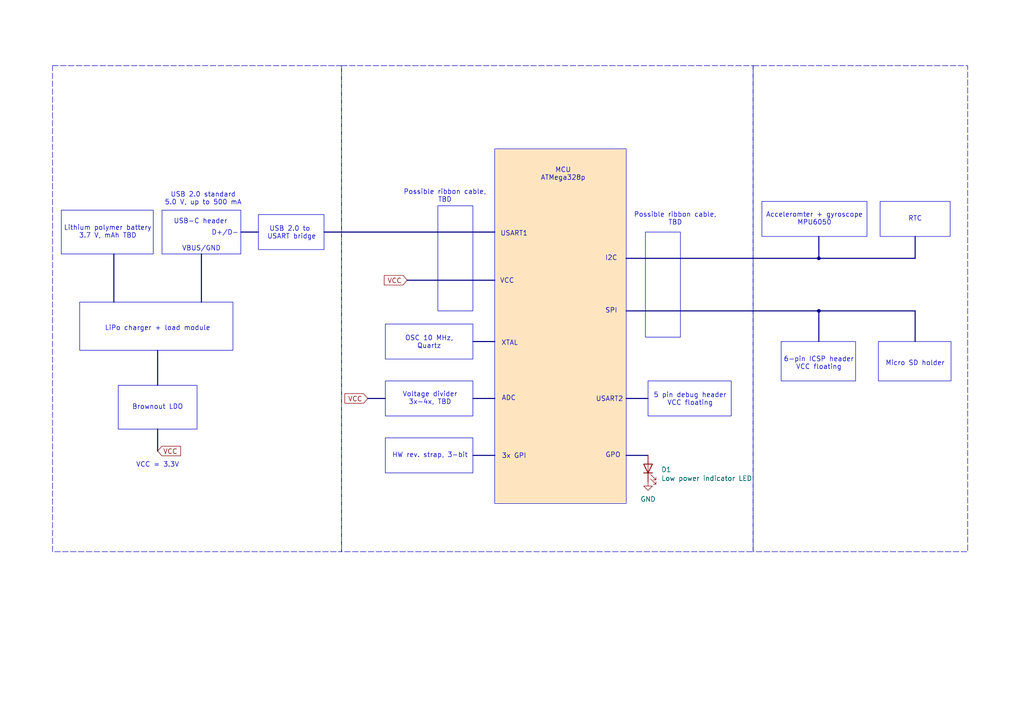
<source format=kicad_sch>
(kicad_sch (version 20231120) (generator "eeschema") (generator_version "8.0")
  (paper "A4")
  (lib_symbols
    (symbol "Device:LED" (pin_numbers hide) (pin_names (offset 1.016) hide)
      (property "Reference" "D" (at 0 2.54 0))
      (property "Value" "LED" (at 0 -2.54 0))
      (symbol "LED_0_1"
        (polyline (pts (xy -1.27 -1.27) (xy -1.27 1.27)) (stroke (width 0.254)))
        (polyline (pts (xy -1.27 0) (xy 1.27 0)))
        (polyline (pts (xy 1.27 -1.27) (xy 1.27 1.27) (xy -1.27 0) (xy 1.27 -1.27)) (stroke (width 0.254)))
        (polyline (pts (xy -3.048 -0.762) (xy -4.572 -2.286) (xy -3.81 -2.286) (xy -4.572 -2.286) (xy -4.572 -1.524)))
        (polyline (pts (xy -1.778 -0.762) (xy -3.302 -2.286) (xy -2.54 -2.286) (xy -3.302 -2.286) (xy -3.302 -1.524)))
      )
      (symbol "LED_1_1"
        (pin passive line (at -3.81 0 0) (length 2.54) (name "K") (number "1"))
        (pin passive line (at 3.81 0 180) (length 2.54) (name "A") (number "2"))
      )
    )
    (symbol "power:GND" (power) (pin_numbers hide) (pin_names (offset 0) hide)
      (property "Value" "GND" (at 0 -3.81 0))
      (symbol "GND_0_1"
        (polyline (pts (xy 0 0) (xy 0 -1.27) (xy 1.27 -1.27) (xy 0 -2.54) (xy -1.27 -1.27) (xy 0 -1.27)))
      )
      (symbol "GND_1_1"
        (pin power_in line (at 0 0 270) (length 0) (name "~") (number "1"))
      )
    )
  )
  (junction (at 237.49 74.93))
  (junction (at 237.49 90.17))
  (bus (pts (xy 181.61 74.93) (xy 237.49 74.93)))
  (bus (pts (xy 45.72 101.6) (xy 45.72 111.76)))
  (bus (pts (xy 58.42 73.66) (xy 58.42 87.63)))
  (bus (pts (xy 137.16 115.57) (xy 143.51 115.57)))
  (bus (pts (xy 69.85 67.31) (xy 74.93 67.31)))
  (bus (pts (xy 181.61 115.57) (xy 187.96 115.57)))
  (bus (pts (xy 237.49 90.17) (xy 265.43 90.17)))
  (bus (pts (xy 265.43 90.17) (xy 265.43 99.06)))
  (bus (pts (xy 137.16 132.08) (xy 143.51 132.08)))
  (bus (pts (xy 237.49 90.17) (xy 237.49 99.06)))
  (bus (pts (xy 93.98 67.31) (xy 143.51 67.31)))
  (bus (pts (xy 265.43 68.58) (xy 265.43 74.93)))
  (bus (pts (xy 137.16 99.06) (xy 143.51 99.06)))
  (bus (pts (xy 237.49 68.58) (xy 237.49 74.93)))
  (bus (pts (xy 181.61 90.17) (xy 237.49 90.17)))
  (bus (pts (xy 33.02 73.66) (xy 33.02 87.63)))
  (bus (pts (xy 45.72 124.46) (xy 45.72 130.81)))
  (bus (pts (xy 181.61 132.08) (xy 187.96 132.08)))
  (bus (pts (xy 118.11 81.28) (xy 143.51 81.28)))
  (bus (pts (xy 265.43 74.93) (xy 237.49 74.93)))
  (bus (pts (xy 106.68 115.57) (xy 111.76 115.57)))
  (rectangle (start 127 59.69) (end 137.16 90.17))
  (rectangle (start 111.76 110.49) (end 137.16 120.65))
  (rectangle (start 15.24 19.05) (end 99.06 160.02) (stroke (width 0) (type dash)))
  (rectangle (start 34.29 111.76) (end 57.15 124.46))
  (rectangle (start 143.51 43.18) (end 181.61 146.05) (fill (type color) (color 255 229 191 1)))
  (rectangle (start 254.762 99.06) (end 275.844 110.49))
  (rectangle (start 220.98 58.42) (end 251.46 68.58))
  (rectangle (start 187.198 67.31) (end 197.358 97.79))
  (rectangle (start 255.27 58.42) (end 275.59 68.58))
  (rectangle (start 99.06 19.05) (end 218.44 160.02) (stroke (width 0) (type dash)))
  (rectangle (start 218.44 19.05) (end 280.67 160.02) (stroke (width 0) (type dash)))
  (rectangle (start 226.568 99.06) (end 248.158 110.49))
  (rectangle (start 74.93 62.23) (end 93.98 72.39))
  (rectangle (start 23.114 87.63) (end 67.564 101.6))
  (rectangle (start 17.78 60.96) (end 44.45 73.66))
  (rectangle (start 111.76 93.98) (end 137.16 104.14))
  (rectangle (start 187.96 110.49) (end 212.09 120.65))
  (rectangle (start 111.76 127) (end 137.16 137.16))
  (rectangle (start 46.99 60.96) (end 69.85 73.66))
  (text "VCC = 3.3V" (at 45.72 134.874 0) (effects (font (size 1.397 1.397))))
  (text "RTC" (at 265.43 63.5 0) (effects (font (size 1.397 1.397))))
  (text "Voltage divider\n3x-4x, TBD" (at 124.714 115.57 0) (effects (font (size 1.397 1.397))))
  (text "GPO" (at 177.8 132.08 0) (effects (font (size 1.397 1.397))))
  (text "Acceleromter + gyroscope\nMPU6050" (at 236.22 63.5 0) (effects (font (size 1.397 1.397))))
  (text "6-pin ICSP header\nVCC floating" (at 237.49 105.41 0) (effects (font (size 1.397 1.397))))
  (text "5 pin debug header\nVCC floating" (at 200.152 115.824 0) (effects (font (size 1.397 1.397))))
  (text "I2C" (at 177.292 74.93 0) (effects (font (size 1.397 1.397))))
  (text "3x GPI" (at 149.098 132.334 0) (effects (font (size 1.397 1.397))))
  (text "Micro SD holder" (at 265.43 105.41 0) (effects (font (size 1.397 1.397))))
  (text "USB 2.0 standard\n5.0 V, up to 500 mA" (at 58.928 57.658 0) (effects (font (size 1.397 1.397))))
  (text "HW rev. strap, 3-bit" (at 124.714 132.08 0) (effects (font (size 1.397 1.397))))
  (text "USART2" (at 176.784 115.824 0) (effects (font (size 1.397 1.397))))
  (text "MCU\nATMega328p" (at 163.322 50.546 0) (effects (font (size 1.397 1.397))))
  (text "ADC" (at 147.574 115.57 0) (effects (font (size 1.397 1.397))))
  (text "USART1" (at 149.098 67.818 0) (effects (font (size 1.397 1.397))))
  (text "Lithium polymer battery\n3.7 V, mAh TBD" (at 31.242 67.31 0) (effects (font (size 1.397 1.397))))
  (text "VBUS/GND" (at 58.42 72.136 0) (effects (font (size 1.397 1.397))))
  (text "D+/D-" (at 65.278 67.564 0) (effects (font (size 1.397 1.397))))
  (text "SPI" (at 177.292 90.17 0) (effects (font (size 1.397 1.397))))
  (text "Brownout LDO" (at 45.72 118.11 0) (effects (font (size 1.397 1.397))))
  (text "Possible ribbon cable,\nTBD" (at 129.032 56.896 0) (effects (font (size 1.397 1.397))))
  (text "VCC" (at 147.066 81.534 0) (effects (font (size 1.397 1.397))))
  (text "USB-C header" (at 58.166 64.262 0) (effects (font (size 1.397 1.397))))
  (text "Possible ribbon cable,\nTBD" (at 195.834 63.5 0) (effects (font (size 1.397 1.397))))
  (text "XTAL" (at 147.828 99.568 0) (effects (font (size 1.397 1.397))))
  (text "USB 2.0 to \nUSART bridge" (at 84.582 67.564 0) (effects (font (size 1.397 1.397))))
  (text "LiPo charger + load module" (at 45.72 95.25 0) (effects (font (size 1.397 1.397))))
  (text "OSC 10 MHz,\nQuartz" (at 124.46 99.314 0) (effects (font (size 1.397 1.397))))
  (global_label "VCC" (shape input) (at 118.11 81.28 180) (effects (font (size 1.397 1.397))) (property "Intersheetrefs" "${INTERSHEET_REFS}" (effects (hide yes))))
  (global_label "VCC" (shape input) (at 106.68 115.57 180) (effects (font (size 1.397 1.397))) (property "Intersheetrefs" "${INTERSHEET_REFS}" (effects (hide yes))))
  (global_label "VCC" (shape input) (at 45.72 130.81 0) (effects (font (size 1.397 1.397))) (property "Intersheetrefs" "${INTERSHEET_REFS}" (effects (hide yes))))
  (symbol (lib_id "power:GND") (at 187.96 139.7 0) (unit 1)
    (property "Reference" "#PWR01" (effects (hide yes)))
    (property "Value" "GND" (at 187.96 144.78 0) (effects (font (size 1.397 1.397))))
    (property "Description" "Power symbol creates a global label with name \"GND\" , ground" (effects (hide yes)))
  )
  (symbol (lib_id "Device:LED") (at 187.96 135.89 90) (unit 1)
    (property "Reference" "D1" (at 191.77 136.2074 90) (effects (font (size 1.397 1.397)) (justify right)))
    (property "Value" "Low power indicator LED" (at 191.77 138.7474 90) (effects (font (size 1.397 1.397)) (justify right)))
    (property "Description" "Light emitting diode" (effects (hide yes)))
  )
)
</source>
